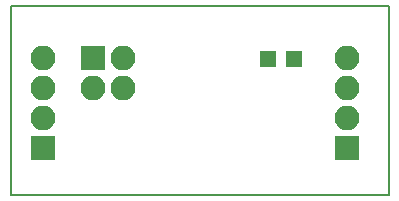
<source format=gbs>
G04 #@! TF.GenerationSoftware,KiCad,Pcbnew,(5.0.0-dirty)*
G04 #@! TF.CreationDate,2020-09-03T12:08:13+09:00*
G04 #@! TF.ProjectId,fake-fan-mk2,66616B652D66616E2D6D6B322E6B6963,rev?*
G04 #@! TF.SameCoordinates,Original*
G04 #@! TF.FileFunction,Soldermask,Bot*
G04 #@! TF.FilePolarity,Negative*
%FSLAX46Y46*%
G04 Gerber Fmt 4.6, Leading zero omitted, Abs format (unit mm)*
G04 Created by KiCad (PCBNEW (5.0.0-dirty)) date 09/03/20 12:08:13*
%MOMM*%
%LPD*%
G01*
G04 APERTURE LIST*
%ADD10C,0.200000*%
%ADD11O,2.100000X2.100000*%
%ADD12R,2.100000X2.100000*%
%ADD13R,1.400000X1.400000*%
G04 APERTURE END LIST*
D10*
X14000000Y-30000000D02*
X14000000Y-14000000D01*
X46000000Y-30000000D02*
X14000000Y-30000000D01*
X46000000Y-14000000D02*
X46000000Y-30000000D01*
X14000000Y-14000000D02*
X46000000Y-14000000D01*
D11*
G04 #@! TO.C,J1*
X16750000Y-18380000D03*
X16750000Y-20920000D03*
X16750000Y-23460000D03*
D12*
X16750000Y-26000000D03*
G04 #@! TD*
G04 #@! TO.C,J2*
X42500000Y-26000000D03*
D11*
X42500000Y-23460000D03*
X42500000Y-20920000D03*
X42500000Y-18380000D03*
G04 #@! TD*
D12*
G04 #@! TO.C,J3*
X21000000Y-18400000D03*
D11*
X23540000Y-18400000D03*
X21000000Y-20940000D03*
X23540000Y-20940000D03*
G04 #@! TD*
D13*
G04 #@! TO.C,TP1*
X35750000Y-18500000D03*
G04 #@! TD*
G04 #@! TO.C,TP2*
X38000000Y-18500000D03*
G04 #@! TD*
M02*

</source>
